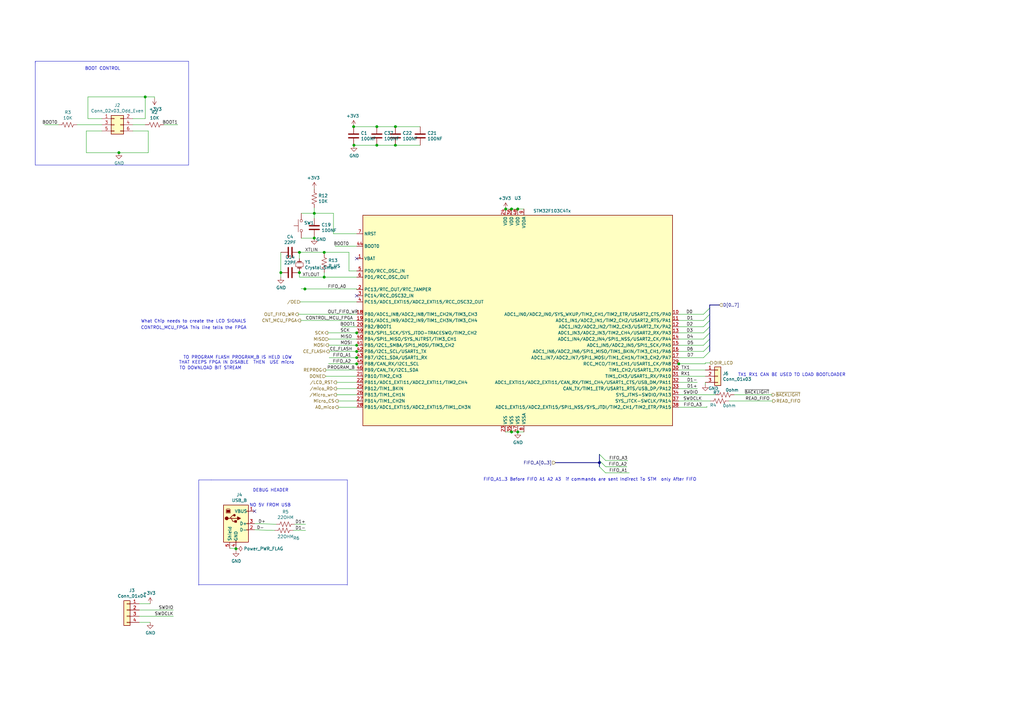
<source format=kicad_sch>
(kicad_sch (version 20200828) (generator eeschema)
  (page 6 7)
  (paper "A3")
  (lib_symbols
    (symbol "Device:C" (pin_numbers hide) (pin_names (offset 0.254))
      (property "Reference" "C" (at 0.635 2.54 0))
      (property "Value" "C" (at 0.635 -2.54 0))
      (symbol "C_0_1"
        (polyline (pts (xy -2.032 -0.762) (xy 2.032 -0.762)) (stroke (width 0.508)))
        (polyline (pts (xy -2.032 0.762) (xy 2.032 0.762)) (stroke (width 0.508)))
      )
      (symbol "C_1_1"
        (pin passive line (at 0 3.81 270) (length 2.794) (name "~") (number "1"))
        (pin passive line (at 0 -3.81 90) (length 2.794) (name "~") (number "2"))
      )
    )
    (symbol "Device:Crystal_Small" (pin_numbers hide) (pin_names hide)
      (property "Reference" "Y" (at 0 2.54 0))
      (property "Value" "Crystal_Small" (at 0 -2.54 0))
      (symbol "Crystal_Small_0_1"
        (rectangle (start -0.762 -1.524) (end 0.762 1.524))
        (polyline (pts (xy -1.27 -0.762) (xy -1.27 0.762)) (stroke (width 0.381)))
        (polyline (pts (xy 1.27 -0.762) (xy 1.27 0.762)) (stroke (width 0.381)))
      )
      (symbol "Crystal_Small_1_1"
        (pin passive line (at -2.54 0 0) (length 1.27) (name "1") (number "1"))
        (pin passive line (at 2.54 0 180) (length 1.27) (name "2") (number "2"))
      )
    )
    (symbol "Device:R_US" (pin_numbers hide) (pin_names (offset 0))
      (property "Reference" "R" (at 2.54 0 90))
      (property "Value" "R_US" (at -2.54 0 90))
      (symbol "R_US_0_1"
        (polyline (pts (xy 0 -2.286) (xy 0 -2.54)))
        (polyline (pts (xy 0 2.286) (xy 0 2.54)))
        (polyline (pts (xy 0 -0.762) (xy 1.016 -1.143) (xy 0 -1.524) (xy -1.016 -1.905) (xy 0 -2.286)))
        (polyline (pts (xy 0 0.762) (xy 1.016 0.381) (xy 0 0) (xy -1.016 -0.381) (xy 0 -0.762)))
        (polyline (pts (xy 0 2.286) (xy 1.016 1.905) (xy 0 1.524) (xy -1.016 1.143) (xy 0 0.762)))
      )
      (symbol "R_US_1_1"
        (pin passive line (at 0 3.81 270) (length 1.27) (name "~") (number "1"))
        (pin passive line (at 0 -3.81 90) (length 1.27) (name "~") (number "2"))
      )
    )
    (symbol "LCD_Board-rescue:+3V3-power" (power) (pin_names (offset 0))
      (property "Value" "+3V3-power" (at 0 3.556 0))
      (symbol "+3V3-power_0_1"
        (polyline (pts (xy -0.762 1.27) (xy 0 2.54)))
        (polyline (pts (xy 0 0) (xy 0 2.54)))
        (polyline (pts (xy 0 2.54) (xy 0.762 1.27)))
      )
      (symbol "+3V3-power_1_1"
        (pin power_in line (at 0 0 90) (length 0) hide (name "+3V3") (number "1"))
      )
    )
    (symbol "MCU_ST_STM32:STM32F103C4Tx"
      (property "Reference" "U" (at -63.5 43.815 0))
      (property "Value" "STM32F103C4Tx" (at 63.5 43.815 0))
      (symbol "STM32F103C4Tx_0_1"
        (rectangle (start -63.5 -43.18) (end 63.5 43.18) (stroke (width 0.254)) (fill (type background)))
      )
      (symbol "STM32F103C4Tx_1_1"
        (pin bidirectional line (at 66.04 2.54 180) (length 2.54) (name "ADC1_IN0/ADC2_IN0/SYS_WKUP/TIM2_CH1/TIM2_ETR/USART2_CTS/PA0") (number "10"))
        (pin bidirectional line (at 66.04 0 180) (length 2.54) (name "ADC1_IN1/ADC2_IN1/TIM2_CH2/USART2_RTS/PA1") (number "11"))
        (pin bidirectional line (at 66.04 -2.54 180) (length 2.54) (name "ADC1_IN2/ADC2_IN2/TIM2_CH3/USART2_TX/PA2") (number "12"))
        (pin bidirectional line (at 66.04 -5.08 180) (length 2.54) (name "ADC1_IN3/ADC2_IN3/TIM2_CH4/USART2_RX/PA3") (number "13"))
        (pin bidirectional line (at 66.04 -7.62 180) (length 2.54) (name "ADC1_IN4/ADC2_IN4/SPI1_NSS/USART2_CK/PA4") (number "14"))
        (pin bidirectional line (at 66.04 -10.16 180) (length 2.54) (name "ADC1_IN5/ADC2_IN5/SPI1_SCK/PA5") (number "15"))
        (pin bidirectional line (at 66.04 -12.7 180) (length 2.54) (name "ADC1_IN6/ADC2_IN6/SPI1_MISO/TIM1_BKIN/TIM3_CH1/PA6") (number "16"))
        (pin bidirectional line (at 66.04 -15.24 180) (length 2.54) (name "ADC1_IN7/ADC2_IN7/SPI1_MOSI/TIM1_CH1N/TIM3_CH2/PA7") (number "17"))
        (pin bidirectional line (at 66.04 -17.78 180) (length 2.54) (name "RCC_MCO/TIM1_CH1/USART1_CK/PA8") (number "29"))
        (pin bidirectional line (at 66.04 -20.32 180) (length 2.54) (name "TIM1_CH2/USART1_TX/PA9") (number "30"))
        (pin bidirectional line (at 66.04 -22.86 180) (length 2.54) (name "TIM1_CH3/USART1_RX/PA10") (number "31"))
        (pin bidirectional line (at 66.04 -25.4 180) (length 2.54) (name "ADC1_EXTI11/ADC2_EXTI11/CAN_RX/TIM1_CH4/USART1_CTS/USB_DM/PA11") (number "32"))
        (pin bidirectional line (at 66.04 -27.94 180) (length 2.54) (name "CAN_TX/TIM1_ETR/USART1_RTS/USB_DP/PA12") (number "33"))
        (pin bidirectional line (at 66.04 -30.48 180) (length 2.54) (name "SYS_JTMS-SWDIO/PA13") (number "34"))
        (pin bidirectional line (at 66.04 -33.02 180) (length 2.54) (name "SYS_JTCK-SWCLK/PA14") (number "37"))
        (pin bidirectional line (at 66.04 -35.56 180) (length 2.54) (name "ADC1_EXTI15/ADC2_EXTI15/SPI1_NSS/SYS_JTDI/TIM2_CH1/TIM2_ETR/PA15") (number "38"))
        (pin input line (at -66.04 35.56 0) (length 2.54) (name "NRST") (number "7"))
        (pin input line (at -66.04 30.48 0) (length 2.54) (name "BOOT0") (number "44"))
        (pin power_in line (at -66.04 25.4 0) (length 2.54) (name "VBAT") (number "1"))
        (pin input line (at -66.04 20.32 0) (length 2.54) (name "PD0/RCC_OSC_IN") (number "5"))
        (pin input line (at -66.04 17.78 0) (length 2.54) (name "PD1/RCC_OSC_OUT") (number "6"))
        (pin bidirectional line (at -66.04 12.7 0) (length 2.54) (name "PC13/RTC_OUT/RTC_TAMPER") (number "2"))
        (pin bidirectional line (at -66.04 10.16 0) (length 2.54) (name "PC14/RCC_OSC32_IN") (number "3"))
        (pin bidirectional line (at -66.04 7.62 0) (length 2.54) (name "PC15/ADC1_EXTI15/ADC2_EXTI15/RCC_OSC32_OUT") (number "4"))
        (pin bidirectional line (at -66.04 2.54 0) (length 2.54) (name "PB0/ADC1_IN8/ADC2_IN8/TIM1_CH2N/TIM3_CH3") (number "18"))
        (pin bidirectional line (at -66.04 0 0) (length 2.54) (name "PB1/ADC1_IN9/ADC2_IN9/TIM1_CH3N/TIM3_CH4") (number "19"))
        (pin bidirectional line (at -66.04 -2.54 0) (length 2.54) (name "PB2/BOOT1") (number "20"))
        (pin bidirectional line (at -66.04 -5.08 0) (length 2.54) (name "PB3/SPI1_SCK/SYS_JTDO-TRACESWO/TIM2_CH2") (number "39"))
        (pin bidirectional line (at -66.04 -7.62 0) (length 2.54) (name "PB4/SPI1_MISO/SYS_NJTRST/TIM3_CH1") (number "40"))
        (pin bidirectional line (at -66.04 -10.16 0) (length 2.54) (name "PB5/I2C1_SMBA/SPI1_MOSI/TIM3_CH2") (number "41"))
        (pin bidirectional line (at -66.04 -12.7 0) (length 2.54) (name "PB6/I2C1_SCL/USART1_TX") (number "42"))
        (pin bidirectional line (at -66.04 -15.24 0) (length 2.54) (name "PB7/I2C1_SDA/USART1_RX") (number "43"))
        (pin bidirectional line (at -66.04 -17.78 0) (length 2.54) (name "PB8/CAN_RX/I2C1_SCL") (number "45"))
        (pin bidirectional line (at -66.04 -20.32 0) (length 2.54) (name "PB9/CAN_TX/I2C1_SDA") (number "46"))
        (pin bidirectional line (at -66.04 -22.86 0) (length 2.54) (name "PB10/TIM2_CH3") (number "21"))
        (pin bidirectional line (at -66.04 -25.4 0) (length 2.54) (name "PB11/ADC1_EXTI11/ADC2_EXTI11/TIM2_CH4") (number "22"))
        (pin bidirectional line (at -66.04 -27.94 0) (length 2.54) (name "PB12/TIM1_BKIN") (number "25"))
        (pin bidirectional line (at -66.04 -30.48 0) (length 2.54) (name "PB13/TIM1_CH1N") (number "26"))
        (pin bidirectional line (at -66.04 -33.02 0) (length 2.54) (name "PB14/TIM1_CH2N") (number "27"))
        (pin bidirectional line (at -66.04 -35.56 0) (length 2.54) (name "PB15/ADC1_EXTI15/ADC2_EXTI15/TIM1_CH3N") (number "28"))
        (pin power_in line (at -5.08 45.72 270) (length 2.54) (name "VDD") (number "24"))
        (pin power_in line (at -2.54 45.72 270) (length 2.54) (name "VDD") (number "36"))
        (pin power_in line (at 0 45.72 270) (length 2.54) (name "VDD") (number "48"))
        (pin power_in line (at 2.54 45.72 270) (length 2.54) (name "VDDA") (number "9"))
        (pin power_in line (at -5.08 -45.72 90) (length 2.54) (name "VSS") (number "23"))
        (pin power_in line (at -2.54 -45.72 90) (length 2.54) (name "VSS") (number "35"))
        (pin power_in line (at 0 -45.72 90) (length 2.54) (name "VSS") (number "47"))
        (pin power_in line (at 2.54 -45.72 90) (length 2.54) (name "VSSA") (number "8"))
      )
    )
    (symbol "archive:Power_PWR_FLAG" (power) (pin_numbers hide) (pin_names (offset 0) hide)
      (property "Value" "Power_PWR_FLAG" (at 0 3.81 0))
      (symbol "Power_PWR_FLAG_0_1"
        (polyline (pts (xy 0 0) (xy 0 1.27) (xy -1.016 1.905) (xy 0 2.54) (xy 1.016 1.905) (xy 0 1.27)))
      )
      (symbol "Power_PWR_FLAG_0_0"
        (pin power_out line (at 0 0 90) (length 0) (name "pwr") (number "1"))
      )
    )
    (symbol "conn:Conn_01x03" (pin_names hide)
      (property "Reference" "J" (at 0 5.08 0))
      (property "Value" "Conn_01x03" (at 0 -5.08 0))
      (symbol "Conn_01x03_1_1"
        (rectangle (start -1.27 -2.413) (end 0 -2.667) (stroke (width 0.1524)))
        (rectangle (start -1.27 0.127) (end 0 -0.127) (stroke (width 0.1524)))
        (rectangle (start -1.27 2.667) (end 0 2.413) (stroke (width 0.1524)))
        (rectangle (start -1.27 3.81) (end 1.27 -3.81) (stroke (width 0.254)) (fill (type background)))
        (pin passive line (at -5.08 2.54 0) (length 3.81) (name "Pin_1") (number "1"))
        (pin passive line (at -5.08 0 0) (length 3.81) (name "Pin_2") (number "2"))
        (pin passive line (at -5.08 -2.54 0) (length 3.81) (name "Pin_3") (number "3"))
      )
    )
    (symbol "conn:Conn_01x04" (pin_names hide)
      (property "Reference" "J" (at 0 5.08 0))
      (property "Value" "Conn_01x04" (at 0 -7.62 0))
      (symbol "Conn_01x04_1_1"
        (rectangle (start -1.27 -4.953) (end 0 -5.207) (stroke (width 0.1524)))
        (rectangle (start -1.27 -2.413) (end 0 -2.667) (stroke (width 0.1524)))
        (rectangle (start -1.27 0.127) (end 0 -0.127) (stroke (width 0.1524)))
        (rectangle (start -1.27 2.667) (end 0 2.413) (stroke (width 0.1524)))
        (rectangle (start -1.27 3.81) (end 1.27 -6.35) (stroke (width 0.254)) (fill (type background)))
        (pin passive line (at -5.08 2.54 0) (length 3.81) (name "Pin_1") (number "1"))
        (pin passive line (at -5.08 0 0) (length 3.81) (name "Pin_2") (number "2"))
        (pin passive line (at -5.08 -2.54 0) (length 3.81) (name "Pin_3") (number "3"))
        (pin passive line (at -5.08 -5.08 0) (length 3.81) (name "Pin_4") (number "4"))
      )
    )
    (symbol "conn:Conn_02x03_Odd_Even" (pin_names hide)
      (property "Reference" "J" (at 1.27 5.08 0))
      (property "Value" "Conn_02x03_Odd_Even" (at 1.27 -5.08 0))
      (symbol "Conn_02x03_Odd_Even_1_1"
        (rectangle (start -1.27 -2.413) (end 0 -2.667) (stroke (width 0.1524)))
        (rectangle (start -1.27 0.127) (end 0 -0.127) (stroke (width 0.1524)))
        (rectangle (start -1.27 2.667) (end 0 2.413) (stroke (width 0.1524)))
        (rectangle (start -1.27 3.81) (end 3.81 -3.81) (stroke (width 0.254)) (fill (type background)))
        (rectangle (start 3.81 -2.413) (end 2.54 -2.667) (stroke (width 0.1524)))
        (rectangle (start 3.81 0.127) (end 2.54 -0.127) (stroke (width 0.1524)))
        (rectangle (start 3.81 2.667) (end 2.54 2.413) (stroke (width 0.1524)))
        (pin passive line (at -5.08 2.54 0) (length 3.81) (name "Pin_1") (number "1"))
        (pin passive line (at 7.62 2.54 180) (length 3.81) (name "Pin_2") (number "2"))
        (pin passive line (at -5.08 0 0) (length 3.81) (name "Pin_3") (number "3"))
        (pin passive line (at 7.62 0 180) (length 3.81) (name "Pin_4") (number "4"))
        (pin passive line (at -5.08 -2.54 0) (length 3.81) (name "Pin_5") (number "5"))
        (pin passive line (at 7.62 -2.54 180) (length 3.81) (name "Pin_6") (number "6"))
      )
    )
    (symbol "conn:USB_B"
      (property "Reference" "J" (at -5.08 11.43 0))
      (property "Value" "USB_B" (at -5.08 8.89 0))
      (symbol "USB_B_0_1"
        (circle (center -3.81 2.159) (radius 0.635) (stroke (width 0.254)) (fill (type outline)))
        (circle (center -0.635 3.429) (radius 0.381) (stroke (width 0.254)) (fill (type outline)))
        (rectangle (start -5.08 -7.62) (end 5.08 7.62) (stroke (width 0.254)) (fill (type background)))
        (rectangle (start -3.81 5.588) (end -2.54 4.572) (fill (type outline)))
        (rectangle (start -0.127 -7.62) (end 0.127 -6.858))
        (rectangle (start 0.254 1.27) (end -0.508 0.508) (stroke (width 0.254)) (fill (type outline)))
        (rectangle (start 5.08 -2.667) (end 4.318 -2.413))
        (rectangle (start 5.08 -0.127) (end 4.318 0.127))
        (rectangle (start 5.08 4.953) (end 4.318 5.207))
        (polyline (pts (xy -1.905 2.159) (xy 0.635 2.159)) (stroke (width 0.254)))
        (polyline (pts (xy -3.175 2.159) (xy -2.54 2.159) (xy -1.27 3.429) (xy -0.635 3.429)) (stroke (width 0.254)))
        (polyline (pts (xy -2.54 2.159) (xy -1.905 2.159) (xy -1.27 0.889) (xy 0 0.889)) (stroke (width 0.254)))
        (polyline (pts (xy 0.635 2.794) (xy 0.635 1.524) (xy 1.905 2.159) (xy 0.635 2.794)) (stroke (width 0.254)) (fill (type outline)))
        (polyline (pts (xy -4.064 4.318) (xy -2.286 4.318) (xy -2.286 5.715) (xy -2.667 6.096) (xy -3.683 6.096) (xy -4.064 5.715) (xy -4.064 4.318)))
      )
      (symbol "USB_B_1_1"
        (pin power_out line (at 7.62 5.08 180) (length 2.54) (name "VBUS") (number "1"))
        (pin passive line (at 7.62 -2.54 180) (length 2.54) (name "D-") (number "2"))
        (pin passive line (at 7.62 0 180) (length 2.54) (name "D+") (number "3"))
        (pin power_out line (at 0 -10.16 90) (length 2.54) (name "GND") (number "4"))
        (pin passive line (at -2.54 -10.16 90) (length 2.54) (name "Shield") (number "5"))
      )
    )
    (symbol "power:GND" (power) (pin_names (offset 0))
      (property "Value" "GND" (at 0 -3.81 0))
      (symbol "GND_0_1"
        (polyline (pts (xy 0 0) (xy 0 -1.27) (xy 1.27 -1.27) (xy 0 -2.54) (xy -1.27 -1.27) (xy 0 -1.27)))
      )
      (symbol "GND_1_1"
        (pin power_in line (at 0 0 270) (length 0) hide (name "GND") (number "1"))
      )
    )
    (symbol "switches:SW_Push" (pin_numbers hide) (pin_names hide)
      (property "Reference" "SW" (at 1.27 2.54 0))
      (property "Value" "SW_Push" (at 0 -1.524 0))
      (symbol "SW_Push_0_1"
        (circle (center -2.032 0) (radius 0.508))
        (circle (center 2.032 0) (radius 0.508))
        (polyline (pts (xy 0 1.27) (xy 0 3.048)))
        (polyline (pts (xy 2.54 1.27) (xy -2.54 1.27)))
        (pin passive line (at -5.08 0 0) (length 2.54) (name "1") (number "1"))
        (pin passive line (at 5.08 0 180) (length 2.54) (name "2") (number "2"))
      )
    )
  )
  (junction (at 48.768 62.611) (diameter 1.016))
  (junction (at 59.563 39.751) (diameter 1.016))
  (junction (at 96.774 225.044) (diameter 1.016))
  (junction (at 115.189 111.8108) (diameter 1.016))
  (junction (at 122.809 103.505) (diameter 1.016))
  (junction (at 122.809 111.8108) (diameter 1.016))
  (junction (at 125.0442 118.5164) (diameter 1.016))
  (junction (at 128.905 87.503) (diameter 1.016))
  (junction (at 128.905 97.663) (diameter 1.016))
  (junction (at 132.969 103.505) (diameter 1.016))
  (junction (at 132.969 113.665) (diameter 1.016))
  (junction (at 145.034 51.943) (diameter 1.016))
  (junction (at 145.161 59.563) (diameter 1.016))
  (junction (at 146.304 136.525) (diameter 1.016))
  (junction (at 146.304 141.605) (diameter 1.016))
  (junction (at 146.304 144.145) (diameter 1.016))
  (junction (at 146.304 146.685) (diameter 1.016))
  (junction (at 146.304 149.225) (diameter 1.016))
  (junction (at 154.559 51.943) (diameter 1.016))
  (junction (at 154.559 59.563) (diameter 1.016))
  (junction (at 162.179 51.943) (diameter 1.016))
  (junction (at 162.179 59.563) (diameter 1.016))
  (junction (at 207.391 85.725) (diameter 1.016))
  (junction (at 209.804 85.725) (diameter 1.016))
  (junction (at 209.804 177.165) (diameter 1.016))
  (junction (at 212.344 85.725) (diameter 1.016))
  (junction (at 212.344 177.165) (diameter 1.016))
  (junction (at 278.384 149.225) (diameter 1.016))
  (junction (at 245.8466 189.7634) (diameter 1.016))
  (no_connect (at 146.304 121.285))
  (no_connect (at 104.394 209.677))
  (no_connect (at 146.304 106.045))
  (bus_entry (at 248.3866 188.8744) (size -2.54 -2.54) (stroke (width 0.1524)))
  (bus_entry (at 248.3866 191.4144) (size -2.54 -2.54) (stroke (width 0.1524)))
  (bus_entry (at 248.3866 193.9544) (size -2.54 -2.54) (stroke (width 0.1524)))
  (bus_entry (at 288.544 128.905) (size 2.54 -2.54) (stroke (width 0.1524)))
  (bus_entry (at 288.544 131.445) (size 2.54 -2.54) (stroke (width 0.1524)))
  (bus_entry (at 288.544 133.985) (size 2.54 -2.54) (stroke (width 0.1524)))
  (bus_entry (at 288.544 136.525) (size 2.54 -2.54) (stroke (width 0.1524)))
  (bus_entry (at 288.544 139.065) (size 2.54 -2.54) (stroke (width 0.1524)))
  (bus_entry (at 288.544 141.605) (size 2.54 -2.54) (stroke (width 0.1524)))
  (bus_entry (at 288.544 144.145) (size 2.54 -2.54) (stroke (width 0.1524)))
  (bus_entry (at 288.544 146.685) (size 2.54 -2.54) (stroke (width 0.1524)))
  (wire (pts (xy 18.288 51.181) (xy 24.003 51.181)))
  (wire (pts (xy 31.623 51.181) (xy 41.783 51.181)))
  (wire (pts (xy 35.433 53.721) (xy 35.433 62.611)))
  (wire (pts (xy 35.433 62.611) (xy 48.768 62.611)))
  (wire (pts (xy 36.068 39.751) (xy 59.563 39.751)))
  (wire (pts (xy 36.068 48.641) (xy 36.068 39.751)))
  (wire (pts (xy 41.783 48.641) (xy 36.068 48.641)))
  (wire (pts (xy 41.783 53.721) (xy 35.433 53.721)))
  (wire (pts (xy 48.768 62.611) (xy 60.833 62.611)))
  (wire (pts (xy 54.483 51.181) (xy 59.563 51.181)))
  (wire (pts (xy 57.15 247.65) (xy 61.595 247.65)))
  (wire (pts (xy 57.15 250.19) (xy 71.12 250.19)))
  (wire (pts (xy 57.15 252.73) (xy 71.12 252.73)))
  (wire (pts (xy 57.15 255.27) (xy 61.595 255.27)))
  (wire (pts (xy 59.563 39.751) (xy 59.563 48.641)))
  (wire (pts (xy 59.563 39.751) (xy 63.373 39.751)))
  (wire (pts (xy 59.563 48.641) (xy 54.483 48.641)))
  (wire (pts (xy 60.833 53.721) (xy 54.483 53.721)))
  (wire (pts (xy 60.833 62.611) (xy 60.833 53.721)))
  (wire (pts (xy 63.373 39.751) (xy 63.373 40.386)))
  (wire (pts (xy 67.183 51.181) (xy 72.898 51.181)))
  (wire (pts (xy 94.234 224.917) (xy 96.774 224.917)))
  (wire (pts (xy 96.7994 225.806) (xy 96.774 224.917)))
  (wire (pts (xy 96.901 224.917) (xy 96.901 225.044)))
  (wire (pts (xy 104.394 214.757) (xy 113.284 215.011)))
  (wire (pts (xy 104.394 217.297) (xy 112.649 217.551)))
  (wire (pts (xy 115.189 103.505) (xy 115.189 111.8108)))
  (wire (pts (xy 115.189 111.8108) (xy 115.189 113.665)))
  (wire (pts (xy 120.269 217.551) (xy 125.349 217.551)))
  (wire (pts (xy 120.904 215.011) (xy 125.349 215.011)))
  (wire (pts (xy 122.301 128.905) (xy 122.301 128.9304)))
  (wire (pts (xy 122.301 128.905) (xy 146.304 128.905)))
  (wire (pts (xy 122.809 103.505) (xy 122.809 106.045)))
  (wire (pts (xy 122.809 103.505) (xy 132.969 103.505)))
  (wire (pts (xy 122.809 111.125) (xy 122.809 111.8108)))
  (wire (pts (xy 122.809 111.8108) (xy 122.809 113.665)))
  (wire (pts (xy 122.809 113.665) (xy 132.969 113.665)))
  (wire (pts (xy 123.19 123.825) (xy 146.304 123.825)))
  (wire (pts (xy 123.317 131.445) (xy 146.304 131.445)))
  (wire (pts (xy 123.4948 118.4402) (xy 125.603 118.5418)))
  (wire (pts (xy 123.571 87.503) (xy 128.905 87.503)))
  (wire (pts (xy 123.571 97.663) (xy 128.905 97.663)))
  (wire (pts (xy 125.0188 118.5164) (xy 125.0442 118.5164)))
  (wire (pts (xy 125.0442 118.5164) (xy 146.3548 118.5164)))
  (wire (pts (xy 125.603 118.5418) (xy 125.0442 118.5164)))
  (wire (pts (xy 128.905 77.343) (xy 128.905 77.597)))
  (wire (pts (xy 128.905 87.503) (xy 128.905 85.217)))
  (wire (pts (xy 128.905 87.503) (xy 128.905 89.535)))
  (wire (pts (xy 128.905 87.503) (xy 136.779 87.503)))
  (wire (pts (xy 128.905 97.663) (xy 128.905 97.155)))
  (wire (pts (xy 132.969 103.505) (xy 132.969 104.14)))
  (wire (pts (xy 132.969 111.76) (xy 132.969 113.665)))
  (wire (pts (xy 132.969 113.665) (xy 146.304 113.665)))
  (wire (pts (xy 133.604 151.765) (xy 146.304 151.765)))
  (wire (pts (xy 133.604 154.305) (xy 146.304 154.305)))
  (wire (pts (xy 134.7724 149.225) (xy 134.7724 149.2504)))
  (wire (pts (xy 135.255 139.065) (xy 134.7978 139.0904)))
  (wire (pts (xy 135.255 139.065) (xy 146.304 139.065)))
  (wire (pts (xy 136.779 87.503) (xy 136.779 95.885)))
  (wire (pts (xy 136.779 95.885) (xy 146.304 95.885)))
  (wire (pts (xy 137.414 100.965) (xy 146.304 100.965)))
  (wire (pts (xy 138.049 156.845) (xy 146.304 156.845)))
  (wire (pts (xy 138.049 159.385) (xy 146.304 159.385)))
  (wire (pts (xy 138.049 161.925) (xy 146.304 161.925)))
  (wire (pts (xy 138.684 164.465) (xy 146.304 164.465)))
  (wire (pts (xy 138.684 167.005) (xy 146.304 167.005)))
  (wire (pts (xy 140.208 133.985) (xy 146.304 133.985)))
  (wire (pts (xy 143.129 103.505) (xy 132.969 103.505)))
  (wire (pts (xy 143.129 111.125) (xy 143.129 103.505)))
  (wire (pts (xy 145.034 51.943) (xy 154.559 51.943)))
  (wire (pts (xy 145.034 59.563) (xy 145.161 59.563)))
  (wire (pts (xy 145.161 59.563) (xy 154.559 59.563)))
  (wire (pts (xy 146.304 111.125) (xy 143.129 111.125)))
  (wire (pts (xy 146.304 136.525) (xy 134.493 136.525)))
  (wire (pts (xy 146.304 136.525) (xy 146.431 136.525)))
  (wire (pts (xy 146.304 141.605) (xy 134.747 141.5542)))
  (wire (pts (xy 146.304 144.145) (xy 135.001 144.145)))
  (wire (pts (xy 146.304 146.685) (xy 135.001 146.685)))
  (wire (pts (xy 146.304 149.225) (xy 134.7724 149.225)))
  (wire (pts (xy 146.3294 149.225) (xy 146.304 149.225)))
  (wire (pts (xy 146.3548 118.5164) (xy 146.304 118.745)))
  (wire (pts (xy 146.431 141.605) (xy 146.304 141.605)))
  (wire (pts (xy 146.431 144.145) (xy 146.304 144.145)))
  (wire (pts (xy 146.431 146.685) (xy 146.304 146.685)))
  (wire (pts (xy 146.431 149.225) (xy 146.304 149.225)))
  (wire (pts (xy 154.559 51.943) (xy 162.179 51.943)))
  (wire (pts (xy 154.559 59.563) (xy 162.179 59.563)))
  (wire (pts (xy 162.179 51.943) (xy 172.339 51.943)))
  (wire (pts (xy 162.179 59.563) (xy 172.339 59.563)))
  (wire (pts (xy 207.264 85.725) (xy 207.391 85.725)))
  (wire (pts (xy 207.264 177.165) (xy 209.804 177.165)))
  (wire (pts (xy 207.391 85.725) (xy 209.804 85.725)))
  (wire (pts (xy 209.804 85.725) (xy 212.344 85.725)))
  (wire (pts (xy 209.804 177.165) (xy 212.344 177.165)))
  (wire (pts (xy 212.344 85.725) (xy 214.884 85.725)))
  (wire (pts (xy 212.344 177.165) (xy 214.884 177.165)))
  (wire (pts (xy 248.3866 188.8744) (xy 257.3274 188.8744)))
  (wire (pts (xy 248.3866 191.4144) (xy 257.048 191.4144)))
  (wire (pts (xy 248.3866 193.9544) (xy 258.1148 193.9544)))
  (wire (pts (xy 257.048 191.4144) (xy 257.048 191.4906)))
  (wire (pts (xy 257.3274 188.8744) (xy 257.3274 189.0268)))
  (wire (pts (xy 278.257 149.225) (xy 278.384 149.225)))
  (wire (pts (xy 278.384 128.905) (xy 288.544 128.905)))
  (wire (pts (xy 278.384 131.445) (xy 288.544 131.445)))
  (wire (pts (xy 278.384 133.985) (xy 288.544 133.985)))
  (wire (pts (xy 278.384 136.525) (xy 288.544 136.525)))
  (wire (pts (xy 278.384 139.065) (xy 288.544 139.065)))
  (wire (pts (xy 278.384 141.605) (xy 288.544 141.605)))
  (wire (pts (xy 278.384 144.145) (xy 288.544 144.145)))
  (wire (pts (xy 278.384 146.685) (xy 288.544 146.685)))
  (wire (pts (xy 278.384 149.225) (xy 289.306 149.225)))
  (wire (pts (xy 278.384 151.765) (xy 289.306 151.765)))
  (wire (pts (xy 278.384 154.305) (xy 289.306 154.305)))
  (wire (pts (xy 278.384 156.845) (xy 286.004 156.845)))
  (wire (pts (xy 278.384 159.385) (xy 286.004 159.385)))
  (wire (pts (xy 278.384 161.925) (xy 293.497 161.925)))
  (wire (pts (xy 278.384 164.465) (xy 291.338 164.465)))
  (wire (pts (xy 278.384 167.005) (xy 289.941 167.005)))
  (wire (pts (xy 289.306 148.844) (xy 291.338 148.844)))
  (wire (pts (xy 289.306 149.225) (xy 289.306 148.844)))
  (wire (pts (xy 289.306 157.734) (xy 289.306 156.845)))
  (wire (pts (xy 289.941 166.624) (xy 289.941 167.005)))
  (wire (pts (xy 298.958 164.465) (xy 316.865 164.465)))
  (wire (pts (xy 301.117 161.925) (xy 316.611 161.925)))
  (bus (pts (xy 245.8466 186.3344) (xy 245.8466 188.8744)))
  (bus (pts (xy 245.8466 188.8744) (xy 245.8466 189.7634)))
  (bus (pts (xy 245.8466 189.7634) (xy 227.8126 189.7634)))
  (bus (pts (xy 245.8466 189.7634) (xy 245.8466 191.4144)))
  (bus (pts (xy 291.084 125.095) (xy 295.021 125.095)))
  (bus (pts (xy 291.084 126.365) (xy 291.084 125.095)))
  (bus (pts (xy 291.084 128.905) (xy 291.084 126.365)))
  (bus (pts (xy 291.084 131.445) (xy 291.084 128.905)))
  (bus (pts (xy 291.084 133.985) (xy 291.084 131.445)))
  (bus (pts (xy 291.084 136.525) (xy 291.084 133.985)))
  (bus (pts (xy 291.084 139.065) (xy 291.084 136.525)))
  (bus (pts (xy 291.084 141.605) (xy 291.084 139.065)))
  (bus (pts (xy 291.084 144.145) (xy 291.084 141.605)))
  (polyline (pts (xy 14.478 25.146) (xy 14.478 25.781)) (stroke (width 0) (type solid)))
  (polyline (pts (xy 14.478 25.146) (xy 14.478 67.691)) (stroke (width 0) (type solid)))
  (polyline (pts (xy 14.478 67.691) (xy 77.343 67.691)) (stroke (width 0) (type solid)))
  (polyline (pts (xy 77.343 25.146) (xy 14.478 25.146)) (stroke (width 0) (type solid)))
  (polyline (pts (xy 77.343 67.691) (xy 77.343 25.146)) (stroke (width 0) (type solid)))
  (polyline (pts (xy 81.407 239.776) (xy 142.367 239.776)) (stroke (width 0) (type solid)))
  (polyline (pts (xy 81.534 196.85) (xy 81.534 240.03)) (stroke (width 0) (type solid)))
  (polyline (pts (xy 86.614 196.85) (xy 81.534 196.85)) (stroke (width 0) (type solid)))
  (polyline (pts (xy 86.614 196.85) (xy 142.494 196.85)) (stroke (width 0) (type solid)))
  (polyline (pts (xy 142.494 240.03) (xy 142.494 196.85)) (stroke (width 0) (type solid)))
  (text "BOOT CONTROL" (at 49.403 28.956 180) (effects (font (size 1.27 1.27)) (justify right bottom)))
  (text "TO DOWNLOAD BIT STREAM" (at 99.06 151.765 180) (effects (font (size 1.27 1.27)) (justify right bottom)))
  (text "What Chip needs to create the LCD SIGNALS" (at 100.965 132.588 180) (effects (font (size 1.27 1.27)) (justify right bottom)))
  (text "CONTROL_MCU_FPGA This line tells the FPGA " (at 102.108 135.255 180) (effects (font (size 1.27 1.27)) (justify right bottom)))
  (text "DEBUG HEADER\n" (at 118.364 201.93 180) (effects (font (size 1.27 1.27)) (justify right bottom)))
  (text "NO 5V FROM USB " (at 120.269 208.026 180) (effects (font (size 1.27 1.27)) (justify right bottom)))
  (text "TO PROGRAM FLASH PROGRAM_B IS HELD LOW  \nTHAT KEEPS FPGA IN DISABLE  THEN  USE micro " (at 121.666 149.479 0) (effects (font (size 1.27 1.27)) (justify right bottom)))
  (text "FIFO_A1..3 Before FIFO A1 A2 A3  if commands are sent Indirect To STM  only After FIFO" (at 198.247 197.485 0) (effects (font (size 1.27 1.27)) (justify left bottom)))
  (text "TX1 RX1 CAN BE USED TO LOAD BOOTLOADER" (at 346.837 154.559 180) (effects (font (size 1.27 1.27)) (justify right bottom)))
  (label "BOOT0" (at 23.5966 51.181 180))
  (label "SWDIO" (at 71.12 250.19 180))
  (label "SWDCLK" (at 71.12 252.73 180))
  (label "BOOT1" (at 72.898 51.181 180))
  (label "D-" (at 108.331 217.424 180))
  (label "D+" (at 108.966 214.884 180))
  (label "D1+" (at 125.349 215.011 180))
  (label "D1-" (at 125.349 217.551 180))
  (label "XTLIN" (at 130.429 103.505 180))
  (label "XTLOUT" (at 131.064 113.665 180))
  (label "OUT_FIFO_WR" (at 134.366 128.905 0))
  (label "FIFO_A0" (at 134.4168 118.5164 0))
  (label "FIFO_A2" (at 136.4234 149.225 0))
  (label "FIFO_A1" (at 136.4996 146.685 0))
  (label "BOOT0" (at 143.129 100.965 180))
  (label "SCK" (at 143.51 136.525 180))
  (label "MISO" (at 144.399 139.065 180))
  (label "MOSI" (at 144.3991 141.5967 180))
  (label "CE_FLASH" (at 144.526 144.145 180))
  (label "CONTROL_MCU_FPGA" (at 144.78 131.445 180))
  (label "PROGRAM_B" (at 145.542 151.765 180))
  (label "BOOT1" (at 145.796 133.985 180))
  (label "FIFO_A2" (at 249.5804 191.4144 0))
  (label "FIFO_A3" (at 249.809 188.8744 0))
  (label "FIFO_A1" (at 249.809 193.9544 0))
  (label "FIFO_A3" (at 280.3398 167.005 0))
  (label "TX1" (at 282.956 151.765 180))
  (label "RX1" (at 283.083 154.305 180))
  (label "D0" (at 284.099 128.905 180))
  (label "D2" (at 284.226 133.985 180))
  (label "D3" (at 284.226 136.525 180))
  (label "D1" (at 284.353 131.445 180))
  (label "D4" (at 284.353 139.065 180))
  (label "D6" (at 284.353 144.145 180))
  (label "D5" (at 284.48 141.605 180))
  (label "D7" (at 284.48 146.685 180))
  (label "D1-" (at 286.004 156.845 180))
  (label "D1+" (at 286.004 159.385 180))
  (label "SWDIO" (at 286.3088 161.925 180))
  (label "SWDCLK" (at 287.909 164.465 180))
  (label "~BACKLIGHT~" (at 315.595 161.925 180))
  (label "READ_FIFO" (at 315.722 164.465 180))
  (hierarchical_label "OUT_FIFO_WR" (shape output) (at 122.301 128.9304 180))
  (hierarchical_label "{slash}OE" (shape input) (at 123.19 123.825 180))
  (hierarchical_label "CNT_MCU_FPGA" (shape output) (at 123.317 131.445 180))
  (hierarchical_label "REPROG" (shape output) (at 133.604 151.765 180))
  (hierarchical_label "DONE" (shape input) (at 133.604 154.305 180))
  (hierarchical_label "SCK" (shape output) (at 134.493 136.525 180))
  (hierarchical_label "MOSI" (shape output) (at 134.747 141.5542 180))
  (hierarchical_label "MISO" (shape input) (at 134.7978 139.0904 180))
  (hierarchical_label "CE_FLASH" (shape output) (at 135.001 144.145 180))
  (hierarchical_label "{slash}LCD_RST" (shape output) (at 138.049 156.845 180))
  (hierarchical_label "{slash}mico_RD" (shape output) (at 138.049 159.385 180))
  (hierarchical_label "{slash}Micro_wr" (shape output) (at 138.049 161.925 180))
  (hierarchical_label "Micro_CS" (shape output) (at 138.684 164.465 180))
  (hierarchical_label "A0_mico" (shape output) (at 138.684 167.005 180))
  (hierarchical_label "FIFO_A[0..3]" (shape input) (at 227.838 189.7634 180))
  (hierarchical_label "DIR_LCD" (shape output) (at 291.338 148.844 0))
  (hierarchical_label "D[0..7]" (shape input) (at 295.021 125.095 0))
  (hierarchical_label "~BACKLIGHT~" (shape output) (at 316.611 161.925 0))
  (hierarchical_label "READ_FIFO" (shape output) (at 316.865 164.465 0))
  (symbol (lib_id "archive:Power_PWR_FLAG") (at 96.774 225.044 270) (unit 1)
    (property "Reference" "#FLG05" (effects hide))
    (property "Value" "Power_PWR_FLAG" (at 99.9491 225.044 90) (effects (justify left)))
  )
  (symbol (lib_id "LCD_Board-rescue:+3V3-power") (at 61.595 247.65 0) (mirror y) (unit 1)
    (property "Reference" "#PWR087" (effects hide))
    (property "Value" "+3V3" (at 61.214 243.2558 0))
  )
  (symbol (lib_id "LCD_Board-rescue:+3V3-power") (at 63.373 40.386 0) (mirror x) (unit 1)
    (property "Reference" "#PWR089" (effects hide))
    (property "Value" "+3V3" (at 63.754 44.7802 0))
  )
  (symbol (lib_id "LCD_Board-rescue:+3V3-power") (at 128.905 77.343 0) (mirror y) (unit 1)
    (property "Reference" "#PWR090" (effects hide))
    (property "Value" "+3V3" (at 128.524 72.9488 0))
  )
  (symbol (lib_id "LCD_Board-rescue:+3V3-power") (at 145.034 51.943 0) (mirror y) (unit 1)
    (property "Reference" "#PWR0106" (effects hide))
    (property "Value" "+3V3" (at 144.653 47.5488 0))
  )
  (symbol (lib_id "LCD_Board-rescue:+3V3-power") (at 207.391 85.725 0) (mirror y) (unit 1)
    (property "Reference" "#PWR093" (effects hide))
    (property "Value" "+3V3" (at 207.01 81.3308 0))
  )
  (symbol (lib_id "power:GND") (at 48.768 62.611 0) (unit 1)
    (property "Reference" "#PWR085" (effects hide))
    (property "Value" "GND" (at 48.8823 66.9354 0))
  )
  (symbol (lib_id "power:GND") (at 61.595 255.27 0) (unit 1)
    (property "Reference" "#PWR088" (effects hide))
    (property "Value" "GND" (at 61.7093 259.5944 0))
  )
  (symbol (lib_id "power:GND") (at 96.7994 225.806 0) (unit 1)
    (property "Reference" "#PWR084" (effects hide))
    (property "Value" "GND" (at 96.9137 230.1304 0))
  )
  (symbol (lib_id "power:GND") (at 115.189 113.665 0) (unit 1)
    (property "Reference" "#PWR086" (effects hide))
    (property "Value" "GND" (at 115.3033 117.9894 0))
  )
  (symbol (lib_id "power:GND") (at 128.905 97.663 0) (unit 1)
    (property "Reference" "#PWR091" (effects hide))
    (property "Value" "GND" (at 131.699 98.171 0))
  )
  (symbol (lib_id "power:GND") (at 145.161 59.563 0) (unit 1)
    (property "Reference" "#PWR0107" (effects hide))
    (property "Value" "GND" (at 145.2753 63.8874 0))
  )
  (symbol (lib_id "power:GND") (at 212.344 177.165 0) (unit 1)
    (property "Reference" "#PWR094" (effects hide))
    (property "Value" "GND" (at 212.4583 181.4894 0))
  )
  (symbol (lib_id "power:GND") (at 289.306 157.734 0) (unit 1)
    (property "Reference" "#PWR095" (effects hide))
    (property "Value" "GND" (at 292.608 159.3088 0))
  )
  (symbol (lib_id "Device:R_US") (at 27.813 51.181 90) (unit 1)
    (property "Reference" "R3" (at 27.813 46.0818 90))
    (property "Value" "10K" (at 27.813 48.381 90))
    (property "Footprint" "Resistor_SMD:R_0603_1608Metric_Pad0.99x1.00mm_HandSolder" (effects hide))
  )
  (symbol (lib_id "Device:R_US") (at 63.373 51.181 90) (unit 1)
    (property "Reference" "R2" (at 63.373 46.0818 90))
    (property "Value" "10K" (at 63.373 48.38 90))
    (property "Footprint" "Resistor_SMD:R_0603_1608Metric_Pad0.99x1.00mm_HandSolder" (effects hide))
  )
  (symbol (lib_id "Device:R_US") (at 116.459 217.551 90) (unit 1)
    (property "Reference" "R6" (at 121.539 220.726 90))
    (property "Value" "22OHM" (at 117.094 220.091 90))
    (property "Footprint" "Resistor_SMD:R_0603_1608Metric_Pad0.99x1.00mm_HandSolder" (effects hide))
  )
  (symbol (lib_id "Device:R_US") (at 117.094 215.011 90) (unit 1)
    (property "Reference" "R5" (at 117.094 209.912 90))
    (property "Value" "22OHM" (at 117.094 212.211 90))
    (property "Footprint" "Resistor_SMD:R_0603_1608Metric_Pad0.99x1.00mm_HandSolder" (effects hide))
  )
  (symbol (lib_id "Device:R_US") (at 128.905 81.407 0) (unit 1)
    (property "Reference" "R12" (at 130.5561 80.2576 0) (effects (justify left)))
    (property "Value" "10K" (at 130.556 82.556 0) (effects (justify left)))
    (property "Footprint" "Resistor_SMD:R_0603_1608Metric_Pad0.99x1.00mm_HandSolder" (effects hide))
  )
  (symbol (lib_id "Device:R_US") (at 132.969 107.95 0) (unit 1)
    (property "Reference" "R13" (at 134.62 106.801 0) (effects (justify left)))
    (property "Value" "R_US" (at 134.6201 109.0993 0) (effects (justify left)))
    (property "Footprint" "Resistor_SMD:R_0603_1608Metric_Pad0.99x1.00mm_HandSolder" (effects hide))
  )
  (symbol (lib_id "Device:R_US") (at 295.148 164.465 270) (unit 1)
    (property "Reference" "R4" (at 291.1602 166.1668 90) (effects (justify left)))
    (property "Value" "0ohm" (at 296.4118 166.3698 90) (effects (justify left)))
    (property "Footprint" "Resistor_SMD:R_0603_1608Metric_Pad0.99x1.00mm_HandSolder" (effects hide))
  )
  (symbol (lib_id "Device:R_US") (at 297.307 161.925 270) (unit 1)
    (property "Reference" "R7" (at 292.481 161.036 90) (effects (justify left)))
    (property "Value" "0ohm" (at 297.5548 159.969 90) (effects (justify left)))
    (property "Footprint" "Resistor_SMD:R_0603_1608Metric_Pad0.99x1.00mm_HandSolder" (effects hide))
  )
  (symbol (lib_id "Device:Crystal_Small") (at 122.809 108.585 90) (unit 1)
    (property "Reference" "Y1" (at 124.9681 107.4356 90) (effects (justify right)))
    (property "Value" "Crystal_Small" (at 124.9681 109.7343 90) (effects (justify right)))
    (property "Footprint" "Crystal:Crystal_SMD_HC49-SD" (effects hide))
  )
  (symbol (lib_id "Device:C") (at 118.999 103.505 270) (unit 1)
    (property "Reference" "C4" (at 118.999 97.1358 90))
    (property "Value" "22PF" (at 118.999 99.4345 90))
    (property "Footprint" "Capacitor_SMD:C_0603_1608Metric_Pad0.99x1.00mm_HandSolder" (effects hide))
  )
  (symbol (lib_id "Device:C") (at 118.999 111.8108 90) (unit 1)
    (property "Reference" "C14" (at 118.999 105.4416 90))
    (property "Value" "22PF" (at 118.999 107.7403 90))
    (property "Footprint" "Capacitor_SMD:C_0603_1608Metric_Pad0.99x1.00mm_HandSolder" (effects hide))
  )
  (symbol (lib_id "Device:C") (at 128.905 93.345 0) (unit 1)
    (property "Reference" "C19" (at 131.8261 92.1956 0) (effects (justify left)))
    (property "Value" "100NF" (at 131.826 94.494 0) (effects (justify left)))
    (property "Footprint" "Capacitor_SMD:C_0603_1608Metric_Pad0.99x1.00mm_HandSolder" (effects hide))
  )
  (symbol (lib_id "Device:C") (at 145.034 55.753 0) (unit 1)
    (property "Reference" "C1" (at 147.9551 54.6036 0) (effects (justify left)))
    (property "Value" "100NF" (at 147.955 56.902 0) (effects (justify left)))
    (property "Footprint" "Capacitor_SMD:C_0603_1608Metric_Pad0.99x1.00mm_HandSolder" (effects hide))
  )
  (symbol (lib_id "Device:C") (at 154.559 55.753 0) (unit 1)
    (property "Reference" "C37" (at 157.4801 54.6036 0) (effects (justify left)))
    (property "Value" "100NF" (at 157.48 56.902 0) (effects (justify left)))
    (property "Footprint" "Capacitor_SMD:C_0603_1608Metric_Pad0.99x1.00mm_HandSolder" (effects hide))
  )
  (symbol (lib_id "Device:C") (at 162.179 55.753 0) (unit 1)
    (property "Reference" "C22" (at 165.1001 54.6036 0) (effects (justify left)))
    (property "Value" "100NF" (at 165.1 56.902 0) (effects (justify left)))
    (property "Footprint" "Capacitor_SMD:C_0603_1608Metric_Pad0.99x1.00mm_HandSolder" (effects hide))
  )
  (symbol (lib_id "Device:C") (at 172.339 55.753 0) (unit 1)
    (property "Reference" "C21" (at 175.2601 54.6036 0) (effects (justify left)))
    (property "Value" "100NF" (at 175.26 56.902 0) (effects (justify left)))
    (property "Footprint" "Capacitor_SMD:C_0603_1608Metric_Pad0.99x1.00mm_HandSolder" (effects hide))
  )
  (symbol (lib_id "switches:SW_Push") (at 123.571 92.583 90) (unit 1)
    (property "Reference" "SW1" (at 124.7141 91.4336 90) (effects (justify right)))
    (property "Value" "SW_Push" (effects hide))
    (property "Footprint" "Connector_PinHeader_2.54mm:PinHeader_1x02_P2.54mm_Vertical" (effects hide))
    (property "Device" "SST25VF040B-50-4I-S2AF " (effects hide))
  )
  (symbol (lib_id "conn:Conn_01x03") (at 294.386 154.305 0) (unit 1)
    (property "Reference" "J6" (at 296.4181 153.2064 0) (effects (justify left)))
    (property "Value" "Conn_01x03" (at 296.4181 155.5051 0) (effects (justify left)))
    (property "Footprint" "Connector_PinHeader_2.54mm:PinHeader_1x03_P2.54mm_Vertical" (effects hide))
  )
  (symbol (lib_id "conn:Conn_01x04") (at 52.07 250.19 0) (mirror y) (unit 1)
    (property "Reference" "J3" (at 54.102 242.1698 0))
    (property "Value" "Conn_01x04" (at 54.102 244.4685 0))
    (property "Footprint" "Connector_PinHeader_2.54mm:PinHeader_1x04_P2.54mm_Horizontal" (effects hide))
  )
  (symbol (lib_id "conn:Conn_02x03_Odd_Even") (at 46.863 51.181 0) (unit 1)
    (property "Reference" "J2" (at 48.133 43.1608 0))
    (property "Value" "Conn_02x03_Odd_Even" (at 48.133 45.4595 0))
    (property "Footprint" "Connector_PinHeader_2.54mm:PinHeader_2x03_P2.54mm_Horizontal" (effects hide))
  )
  (symbol (lib_id "conn:USB_B") (at 96.774 214.757 0) (unit 1)
    (property "Reference" "J4" (at 98.171 202.9268 0))
    (property "Value" "USB_B" (at 98.171 205.2255 0))
    (property "Footprint" "Connector_USB:USB_Micro-B_Wuerth_629105150521" (effects hide))
  )
  (symbol (lib_id "MCU_ST_STM32:STM32F103C4Tx") (at 212.344 131.445 0) (unit 1)
    (property "Reference" "U3" (at 212.344 81.2608 0))
    (property "Value" "STM32F103C4Tx" (at 226.441 86.487 0))
    (property "Footprint" "Package_QFP:TQFP-48-1EP_7x7mm_P0.5mm_EP5x5mm" (effects hide))
    (property "Datasheet" "http://www.st.com/st-web-ui/static/active/en/resource/technical/document/datasheet/CD00210843.pdf" (effects hide))
    (property "lcsc" " 	C8734" (effects hide))
  )
)
</source>
